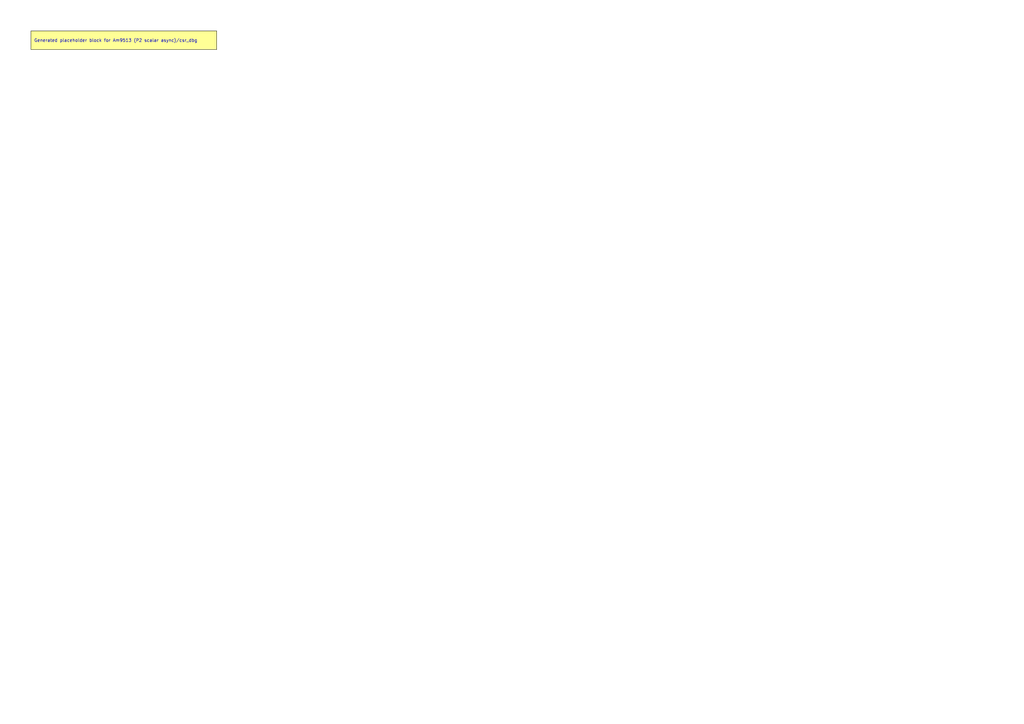
<source format=kicad_sch>
(kicad_sch
	(version 20250114)
	(generator "kicadgen")
	(generator_version "0.2")
	(uuid "a3054f83-7394-57c1-9456-76cc071ff3ee")
	(paper "A3")
	(title_block
		(title "Am9513 (P2 scalar async)::csr_dbg")
		(company "Project Carbon")
		(comment 1 "Generated - do not edit in generated/")
		(comment 2 "Edit in schem/kicad9/manual/ or refine mapping specs")
	)
	(lib_symbols)
	(text_box
		"Generated placeholder block for Am9513 (P2 scalar async)/csr_dbg"
		(exclude_from_sim no)
		(at
			12.7
			12.7
			0
		)
		(size 76.2 7.62)
		(margins
			1.27
			1.27
			1.27
			1.27
		)
		(stroke
			(width 0)
			(type default)
			(color
				0
				0
				0
				1
			)
		)
		(fill
			(type color)
			(color
				255
				255
				150
				1
			)
		)
		(effects
			(font
				(size 1.27 1.27)
			)
			(justify left)
		)
		(uuid "e33ad581-abe0-5230-87ec-bf9aa6742e25")
	)
	(sheet_instances
		(path
			"/"
			(page "1")
		)
	)
	(embedded_fonts no)
)

</source>
